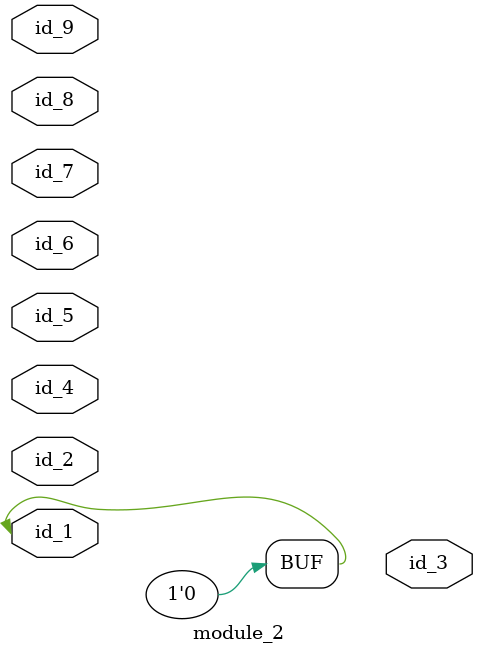
<source format=v>
module module_0;
  wand id_1 = id_1, id_2 = id_2;
  wire id_3;
  module_2 modCall_1 (
      id_3,
      id_2,
      id_2,
      id_1,
      id_3,
      id_2,
      id_3,
      id_3,
      id_3
  );
endmodule
module module_1 (
    id_1,
    id_2,
    id_3,
    id_4,
    id_5,
    id_6
);
  inout wire id_6;
  inout wire id_5;
  inout wire id_4;
  output wire id_3;
  inout wire id_2;
  input wire id_1;
  assign id_3 = id_1;
  assign id_3[1'h0] = (id_5[1 : 1]);
  wire id_7;
  module_0 modCall_1 ();
  assign id_3 = id_5;
endmodule
module module_2 (
    id_1,
    id_2,
    id_3,
    id_4,
    id_5,
    id_6,
    id_7,
    id_8,
    id_9
);
  inout wire id_9;
  input wire id_8;
  inout wire id_7;
  inout wire id_6;
  inout wire id_5;
  input wire id_4;
  output wire id_3;
  inout wire id_2;
  inout wire id_1;
  wire id_10;
  wire id_11;
  assign id_1 = 1'h0 > 1;
  wire id_12;
endmodule

</source>
